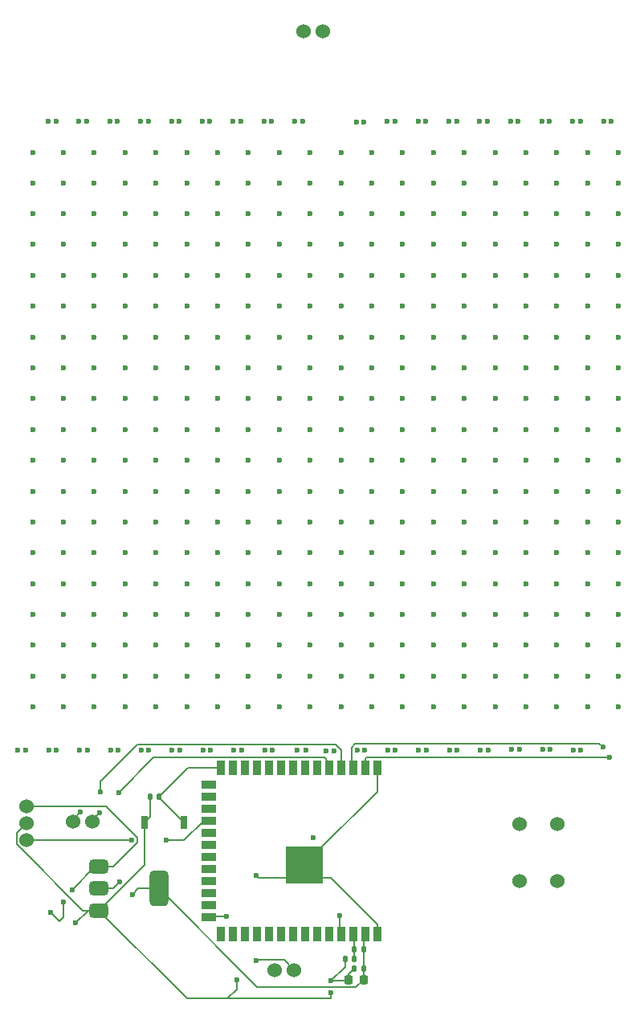
<source format=gbr>
%TF.GenerationSoftware,KiCad,Pcbnew,8.0.3*%
%TF.CreationDate,2024-08-22T18:58:11+02:00*%
%TF.ProjectId,inz,696e7a2e-6b69-4636-9164-5f7063625858,rev?*%
%TF.SameCoordinates,Original*%
%TF.FileFunction,Copper,L4,Bot*%
%TF.FilePolarity,Positive*%
%FSLAX46Y46*%
G04 Gerber Fmt 4.6, Leading zero omitted, Abs format (unit mm)*
G04 Created by KiCad (PCBNEW 8.0.3) date 2024-08-22 18:58:11*
%MOMM*%
%LPD*%
G01*
G04 APERTURE LIST*
G04 Aperture macros list*
%AMRoundRect*
0 Rectangle with rounded corners*
0 $1 Rounding radius*
0 $2 $3 $4 $5 $6 $7 $8 $9 X,Y pos of 4 corners*
0 Add a 4 corners polygon primitive as box body*
4,1,4,$2,$3,$4,$5,$6,$7,$8,$9,$2,$3,0*
0 Add four circle primitives for the rounded corners*
1,1,$1+$1,$2,$3*
1,1,$1+$1,$4,$5*
1,1,$1+$1,$6,$7*
1,1,$1+$1,$8,$9*
0 Add four rect primitives between the rounded corners*
20,1,$1+$1,$2,$3,$4,$5,0*
20,1,$1+$1,$4,$5,$6,$7,0*
20,1,$1+$1,$6,$7,$8,$9,0*
20,1,$1+$1,$8,$9,$2,$3,0*%
G04 Aperture macros list end*
%TA.AperFunction,ComponentPad*%
%ADD10C,1.524000*%
%TD*%
%TA.AperFunction,HeatsinkPad*%
%ADD11R,0.900000X0.900000*%
%TD*%
%TA.AperFunction,SMDPad,CuDef*%
%ADD12R,0.900000X1.500000*%
%TD*%
%TA.AperFunction,SMDPad,CuDef*%
%ADD13R,1.500000X0.900000*%
%TD*%
%TA.AperFunction,SMDPad,CuDef*%
%ADD14R,3.900000X3.900000*%
%TD*%
%TA.AperFunction,SMDPad,CuDef*%
%ADD15RoundRect,0.375000X-0.625000X-0.375000X0.625000X-0.375000X0.625000X0.375000X-0.625000X0.375000X0*%
%TD*%
%TA.AperFunction,SMDPad,CuDef*%
%ADD16RoundRect,0.500000X-0.500000X-1.400000X0.500000X-1.400000X0.500000X1.400000X-0.500000X1.400000X0*%
%TD*%
%TA.AperFunction,SMDPad,CuDef*%
%ADD17RoundRect,0.135000X0.135000X0.185000X-0.135000X0.185000X-0.135000X-0.185000X0.135000X-0.185000X0*%
%TD*%
%TA.AperFunction,SMDPad,CuDef*%
%ADD18RoundRect,0.225000X0.225000X0.250000X-0.225000X0.250000X-0.225000X-0.250000X0.225000X-0.250000X0*%
%TD*%
%TA.AperFunction,SMDPad,CuDef*%
%ADD19RoundRect,0.140000X0.140000X0.170000X-0.140000X0.170000X-0.140000X-0.170000X0.140000X-0.170000X0*%
%TD*%
%TA.AperFunction,SMDPad,CuDef*%
%ADD20RoundRect,0.187500X-0.187500X-0.512500X0.187500X-0.512500X0.187500X0.512500X-0.187500X0.512500X0*%
%TD*%
%TA.AperFunction,ViaPad*%
%ADD21C,0.600000*%
%TD*%
%TA.AperFunction,Conductor*%
%ADD22C,0.200000*%
%TD*%
G04 APERTURE END LIST*
D10*
%TO.P,pwr2,1,5v*%
%TO.N,+5V*%
X121000000Y-49000000D03*
%TO.P,pwr2,2,gnd*%
%TO.N,GND*%
X123000000Y-49000000D03*
%TD*%
%TO.P,LED_CON2,1,cli*%
%TO.N,Net-(LED_CON2-cli)*%
X143800000Y-138600000D03*
%TO.P,LED_CON2,2,dai*%
%TO.N,Net-(LED_CON2-dai)*%
X147800000Y-138600000D03*
%TD*%
%TO.P,LED_CON1,1,cli*%
%TO.N,Net-(LED_CON1-cli)*%
X143800000Y-132550000D03*
%TO.P,LED_CON1,2,dai*%
%TO.N,Net-(LED_CON1-dai)*%
X147800000Y-132550000D03*
%TD*%
D11*
%TO.P,U2,41,GND*%
%TO.N,GND*%
X119650000Y-138300000D03*
X119650000Y-136900000D03*
X119650000Y-135500000D03*
X121050000Y-135500000D03*
X121050000Y-136900000D03*
X121050000Y-138300000D03*
X122450000Y-135500000D03*
X122450000Y-136900000D03*
D12*
%TO.P,U2,1,GND*%
X128770000Y-144150000D03*
%TO.P,U2,2,3V3*%
%TO.N,Net-(U1-VO)*%
X127500000Y-144150000D03*
%TO.P,U2,3,EN*%
%TO.N,Net-(U2-EN)*%
X126230000Y-144150000D03*
%TO.P,U2,4,IO4*%
%TO.N,Net-(LED_CON2-dai)*%
X124960000Y-144150000D03*
%TO.P,U2,5,IO5*%
%TO.N,unconnected-(U2-IO5-Pad5)*%
X123690000Y-144150000D03*
%TO.P,U2,6,IO6*%
%TO.N,unconnected-(U2-IO6-Pad6)*%
X122420000Y-144150000D03*
%TO.P,U2,7,IO7*%
%TO.N,unconnected-(U2-IO7-Pad7)*%
X121150000Y-144150000D03*
%TO.P,U2,8,IO15*%
%TO.N,unconnected-(U2-IO15-Pad8)*%
X119880000Y-144150000D03*
%TO.P,U2,9,IO16*%
%TO.N,unconnected-(U2-IO16-Pad9)*%
X118610000Y-144150000D03*
%TO.P,U2,10,IO17*%
%TO.N,unconnected-(U2-IO17-Pad10)*%
X117340000Y-144150000D03*
%TO.P,U2,11,IO18*%
%TO.N,unconnected-(U2-IO18-Pad11)*%
X116070000Y-144150000D03*
%TO.P,U2,12,IO8*%
%TO.N,unconnected-(U2-IO8-Pad12)*%
X114800000Y-144150000D03*
%TO.P,U2,13,IO19*%
%TO.N,unconnected-(U2-IO19-Pad13)*%
X113530000Y-144150000D03*
%TO.P,U2,14,IO20*%
%TO.N,unconnected-(U2-IO20-Pad14)*%
X112260000Y-144150000D03*
D13*
%TO.P,U2,15,IO3*%
%TO.N,Net-(LED_CON2-cli)*%
X111010000Y-142385000D03*
%TO.P,U2,16,IO46*%
%TO.N,unconnected-(U2-IO46-Pad16)*%
X111010000Y-141115000D03*
%TO.P,U2,17,IO9*%
%TO.N,unconnected-(U2-IO9-Pad17)*%
X111010000Y-139845000D03*
%TO.P,U2,18,IO10*%
%TO.N,unconnected-(U2-IO10-Pad18)*%
X111010000Y-138575000D03*
%TO.P,U2,19,IO11*%
%TO.N,unconnected-(U2-IO11-Pad19)*%
X111010000Y-137305000D03*
%TO.P,U2,20,IO12*%
%TO.N,unconnected-(U2-IO12-Pad20)*%
X111010000Y-136035000D03*
%TO.P,U2,21,IO13*%
%TO.N,unconnected-(U2-IO13-Pad21)*%
X111010000Y-134765000D03*
%TO.P,U2,22,IO14*%
%TO.N,unconnected-(U2-IO14-Pad22)*%
X111010000Y-133495000D03*
%TO.P,U2,23,IO21*%
%TO.N,Net-(JT2-S)*%
X111010000Y-132225000D03*
%TO.P,U2,24,IO47*%
%TO.N,unconnected-(U2-IO47-Pad24)*%
X111010000Y-130955000D03*
%TO.P,U2,25,IO48*%
%TO.N,unconnected-(U2-IO48-Pad25)*%
X111010000Y-129685000D03*
%TO.P,U2,26,IO45*%
%TO.N,unconnected-(U2-IO45-Pad26)*%
X111010000Y-128415000D03*
D12*
%TO.P,U2,27,IO0*%
%TO.N,Net-(U2-IO0)*%
X112260000Y-126650000D03*
%TO.P,U2,28,IO35*%
%TO.N,unconnected-(U2-IO35-Pad28)*%
X113530000Y-126650000D03*
%TO.P,U2,29,IO36*%
%TO.N,unconnected-(U2-IO36-Pad29)*%
X114800000Y-126650000D03*
%TO.P,U2,30,IO37*%
%TO.N,unconnected-(U2-IO37-Pad30)*%
X116070000Y-126650000D03*
%TO.P,U2,31,IO38*%
%TO.N,unconnected-(U2-IO38-Pad31)*%
X117340000Y-126650000D03*
%TO.P,U2,32,IO39*%
%TO.N,unconnected-(U2-IO39-Pad32)*%
X118610000Y-126650000D03*
%TO.P,U2,33,IO40*%
%TO.N,unconnected-(U2-IO40-Pad33)*%
X119880000Y-126650000D03*
%TO.P,U2,34,IO41*%
%TO.N,unconnected-(U2-IO41-Pad34)*%
X121150000Y-126650000D03*
%TO.P,U2,35,IO42*%
%TO.N,unconnected-(U2-IO42-Pad35)*%
X122420000Y-126650000D03*
%TO.P,U2,36,RXD0*%
%TO.N,UART_RX*%
X123690000Y-126650000D03*
%TO.P,U2,37,TXD0*%
%TO.N,UART_TX*%
X124960000Y-126650000D03*
%TO.P,U2,38,IO2*%
%TO.N,Net-(LED_CON1-dai)*%
X126230000Y-126650000D03*
%TO.P,U2,39,IO1*%
%TO.N,Net-(LED_CON1-cli)*%
X127500000Y-126650000D03*
%TO.P,U2,40,GND*%
%TO.N,GND*%
X128770000Y-126650000D03*
D11*
%TO.P,U2,41,GND*%
X122450000Y-138300000D03*
D14*
X121050000Y-136900000D03*
%TD*%
D10*
%TO.P,pwr1,1,5v*%
%TO.N,+5V*%
X118000000Y-148000000D03*
%TO.P,pwr1,2,gnd*%
%TO.N,GND*%
X120000000Y-148000000D03*
%TD*%
%TO.P,rxtx1,1,rx*%
%TO.N,UART_RX*%
X98700000Y-132300000D03*
%TO.P,rxtx1,2,tx*%
%TO.N,UART_TX*%
X96700000Y-132300000D03*
%TD*%
D15*
%TO.P,U1,1,GND*%
%TO.N,GND*%
X99450000Y-141700000D03*
%TO.P,U1,2,VO*%
%TO.N,Net-(U1-VO)*%
X99450000Y-139400000D03*
D16*
X105750000Y-139400000D03*
D15*
%TO.P,U1,3,VI*%
%TO.N,+5V*%
X99450000Y-137100000D03*
%TD*%
D17*
%TO.P,R1,2*%
%TO.N,Net-(U2-EN)*%
X126340000Y-145800000D03*
%TO.P,R1,1*%
%TO.N,Net-(U1-VO)*%
X127360000Y-145800000D03*
%TD*%
D18*
%TO.P,C1,1*%
%TO.N,Net-(U1-VO)*%
X127325000Y-149000000D03*
%TO.P,C1,2*%
%TO.N,GND*%
X125775000Y-149000000D03*
%TD*%
D10*
%TO.P,JT2,1,+5V*%
%TO.N,+5V*%
X91800000Y-130750000D03*
%TO.P,JT2,2,GND*%
%TO.N,GND*%
X91800000Y-132500000D03*
%TO.P,JT2,3,S*%
%TO.N,Net-(JT2-S)*%
X91800000Y-134250000D03*
%TD*%
D19*
%TO.P,C3,1*%
%TO.N,Net-(U2-EN)*%
X126330000Y-146800000D03*
%TO.P,C3,2*%
%TO.N,GND*%
X125370000Y-146800000D03*
%TD*%
D20*
%TO.P,ST1,1*%
%TO.N,GND*%
X104225000Y-132400000D03*
%TO.P,ST1,2*%
%TO.N,Net-(U2-IO0)*%
X108375000Y-132400000D03*
%TD*%
D19*
%TO.P,C2,1*%
%TO.N,Net-(U1-VO)*%
X127330000Y-147800000D03*
%TO.P,C2,2*%
%TO.N,GND*%
X126370000Y-147800000D03*
%TD*%
%TO.P,C4,1*%
%TO.N,Net-(U2-IO0)*%
X105780000Y-129700000D03*
%TO.P,C4,2*%
%TO.N,GND*%
X104820000Y-129700000D03*
%TD*%
D21*
%TO.N,Net-(U1-VO)*%
X101650735Y-138650735D03*
X103000000Y-140000000D03*
%TO.N,GND*%
X114000000Y-149000000D03*
X116000000Y-147000000D03*
X116000000Y-138000000D03*
%TO.N,+5V*%
X122000000Y-134000000D03*
%TO.N,GND*%
X97000000Y-143000000D03*
%TO.N,+5V*%
X96600000Y-139500000D03*
X95700000Y-140800000D03*
X94300000Y-141900000D03*
%TO.N,UART_RX*%
X99500000Y-131400000D03*
X101500000Y-129300000D03*
%TO.N,UART_TX*%
X97500000Y-131350000D03*
X99600000Y-129200000D03*
%TO.N,Net-(JT2-S)*%
X106500000Y-134300000D03*
X102900000Y-134300000D03*
%TO.N,GND*%
X123900000Y-149100000D03*
X123900000Y-150400000D03*
%TO.N,Net-(LED_CON2-dai)*%
X124850000Y-142200000D03*
X120350000Y-124800000D03*
%TO.N,Net-(LED_CON2-cli)*%
X112850000Y-142300000D03*
X121250000Y-124800000D03*
%TO.N,Net-(LED_CON1-dai)*%
X152550000Y-124500000D03*
%TO.N,Net-(LED_CON1-cli)*%
X153250000Y-125600000D03*
%TO.N,GND*%
X98950000Y-87750000D03*
X102200000Y-97500000D03*
X134700000Y-97500000D03*
X105450000Y-84500000D03*
X137950000Y-91000000D03*
X128200000Y-78000000D03*
X98950000Y-68250000D03*
X105450000Y-68250000D03*
X131450000Y-107250000D03*
X134700000Y-100750000D03*
X111950000Y-120250000D03*
X150950000Y-100750000D03*
X111950000Y-81250000D03*
X118450000Y-104000000D03*
X154200000Y-78000000D03*
X124950000Y-65050000D03*
X147700000Y-107250000D03*
X144450000Y-78000000D03*
X95700000Y-91000000D03*
X134700000Y-61800000D03*
X134700000Y-120250000D03*
X121700000Y-113750000D03*
X118450000Y-78000000D03*
X118450000Y-71500000D03*
X115200000Y-87750000D03*
X150950000Y-68250000D03*
X131450000Y-100750000D03*
X128200000Y-81250000D03*
X137950000Y-100750000D03*
X102200000Y-65050000D03*
X147700000Y-97500000D03*
X108700000Y-74750000D03*
X121700000Y-120250000D03*
X141200000Y-100750000D03*
X150950000Y-104000000D03*
X98950000Y-78000000D03*
X118450000Y-68250000D03*
X144450000Y-97500000D03*
X141200000Y-74750000D03*
X105450000Y-113750000D03*
X147700000Y-71500000D03*
X150950000Y-84500000D03*
X128200000Y-74750000D03*
X98950000Y-65050000D03*
X137950000Y-110500000D03*
X144450000Y-81250000D03*
X144450000Y-120250000D03*
X141200000Y-61800000D03*
X134700000Y-81250000D03*
X134700000Y-84500000D03*
X147700000Y-113750000D03*
X144450000Y-84500000D03*
X131450000Y-113750000D03*
X141200000Y-65050000D03*
X92450000Y-65050000D03*
X144450000Y-71500000D03*
X121700000Y-104000000D03*
X95700000Y-97500000D03*
X131450000Y-74750000D03*
X118450000Y-87750000D03*
X118450000Y-94250000D03*
X144450000Y-91000000D03*
X95700000Y-71500000D03*
X95700000Y-65050000D03*
X108700000Y-84500000D03*
X124950000Y-107250000D03*
X150950000Y-94250000D03*
X118450000Y-91000000D03*
X111950000Y-94250000D03*
X108700000Y-91000000D03*
X95700000Y-61800000D03*
X105450000Y-65050000D03*
X115200000Y-110500000D03*
X121700000Y-68250000D03*
X92450000Y-100750000D03*
X131450000Y-91000000D03*
X98950000Y-84500000D03*
X124950000Y-81250000D03*
X128200000Y-87750000D03*
X144450000Y-74750000D03*
X141200000Y-97500000D03*
X144450000Y-107250000D03*
X150950000Y-120250000D03*
X141200000Y-87750000D03*
X115200000Y-81250000D03*
X141200000Y-68250000D03*
X92450000Y-61800000D03*
X144450000Y-117000000D03*
X121700000Y-71500000D03*
X131450000Y-94250000D03*
X124950000Y-113750000D03*
X134700000Y-71500000D03*
X141200000Y-107250000D03*
X147700000Y-87750000D03*
X115200000Y-68250000D03*
X137950000Y-113750000D03*
X95700000Y-78000000D03*
X111950000Y-104000000D03*
X98950000Y-107250000D03*
X150950000Y-65050000D03*
X128200000Y-117000000D03*
X111950000Y-97500000D03*
X102200000Y-107250000D03*
X124950000Y-100750000D03*
X105450000Y-100750000D03*
X128200000Y-100750000D03*
X150950000Y-81250000D03*
X92450000Y-84500000D03*
X98950000Y-117000000D03*
X98950000Y-61800000D03*
X150950000Y-74750000D03*
X98950000Y-104000000D03*
X134700000Y-94250000D03*
X124950000Y-71500000D03*
X115200000Y-84500000D03*
X134700000Y-74750000D03*
X92450000Y-68250000D03*
X105450000Y-104000000D03*
X134700000Y-87750000D03*
X108700000Y-68250000D03*
X124950000Y-120250000D03*
X150950000Y-117000000D03*
X131450000Y-78000000D03*
X105450000Y-117000000D03*
X102200000Y-100750000D03*
X144450000Y-104000000D03*
X144450000Y-94250000D03*
X108700000Y-78000000D03*
X118450000Y-61800000D03*
X115200000Y-107250000D03*
X98950000Y-81250000D03*
X105450000Y-94250000D03*
X118450000Y-110500000D03*
X128200000Y-107250000D03*
X102200000Y-61800000D03*
X141200000Y-113750000D03*
X121700000Y-87750000D03*
X124950000Y-74750000D03*
X105450000Y-74750000D03*
X118450000Y-65050000D03*
X137950000Y-65050000D03*
X98950000Y-94250000D03*
X105450000Y-81250000D03*
X128200000Y-120250000D03*
X154200000Y-71500000D03*
X147700000Y-110500000D03*
X154200000Y-74750000D03*
X147700000Y-94250000D03*
X102200000Y-84500000D03*
X108700000Y-110500000D03*
X92450000Y-113750000D03*
X137950000Y-107250000D03*
X95700000Y-100750000D03*
X102200000Y-91000000D03*
X144450000Y-87750000D03*
X108700000Y-94250000D03*
X131450000Y-61800000D03*
X137950000Y-94250000D03*
X92450000Y-87750000D03*
X92450000Y-91000000D03*
X92450000Y-110500000D03*
X102200000Y-110500000D03*
X154200000Y-104000000D03*
X121700000Y-117000000D03*
X124950000Y-84500000D03*
X105450000Y-120250000D03*
X118450000Y-97500000D03*
X121700000Y-110500000D03*
X154200000Y-91000000D03*
X92450000Y-74750000D03*
X137950000Y-117000000D03*
X150950000Y-110500000D03*
X92450000Y-97500000D03*
X154200000Y-97500000D03*
X124950000Y-61800000D03*
X124950000Y-110500000D03*
X92450000Y-71500000D03*
X141200000Y-81250000D03*
X102200000Y-71500000D03*
X150950000Y-107250000D03*
X154200000Y-68250000D03*
X118450000Y-120250000D03*
X128200000Y-65050000D03*
X118450000Y-84500000D03*
X98950000Y-74750000D03*
X137950000Y-61800000D03*
X95700000Y-113750000D03*
X105450000Y-97500000D03*
X147700000Y-81250000D03*
X111950000Y-91000000D03*
X95700000Y-94250000D03*
X121700000Y-107250000D03*
X102200000Y-117000000D03*
X124950000Y-91000000D03*
X128200000Y-94250000D03*
X137950000Y-97500000D03*
X115200000Y-71500000D03*
X137950000Y-81250000D03*
X154200000Y-100750000D03*
X141200000Y-117000000D03*
X154200000Y-65050000D03*
X102200000Y-94250000D03*
X128200000Y-104000000D03*
X102200000Y-78000000D03*
X141200000Y-110500000D03*
X111950000Y-68250000D03*
X108700000Y-97500000D03*
X115200000Y-94250000D03*
X128200000Y-110500000D03*
X115200000Y-91000000D03*
X134700000Y-110500000D03*
X121700000Y-65050000D03*
X141200000Y-120250000D03*
X150950000Y-97500000D03*
X147700000Y-120250000D03*
X131450000Y-87750000D03*
X134700000Y-117000000D03*
X144450000Y-61800000D03*
X98950000Y-110500000D03*
X102200000Y-81250000D03*
X124950000Y-68250000D03*
X154200000Y-113750000D03*
X150950000Y-78000000D03*
X131450000Y-110500000D03*
X111950000Y-84500000D03*
X137950000Y-87750000D03*
X108700000Y-100750000D03*
X141200000Y-94250000D03*
X111950000Y-61800000D03*
X108700000Y-87750000D03*
X137950000Y-74750000D03*
X92450000Y-94250000D03*
X95700000Y-117000000D03*
X147700000Y-100750000D03*
X150950000Y-87750000D03*
X92450000Y-120250000D03*
X115200000Y-104000000D03*
X150950000Y-113750000D03*
X118450000Y-117000000D03*
X147700000Y-68250000D03*
X144450000Y-65050000D03*
X108700000Y-65050000D03*
X92450000Y-78000000D03*
X147700000Y-61800000D03*
X147700000Y-104000000D03*
X154200000Y-107250000D03*
X102200000Y-87750000D03*
X111950000Y-71500000D03*
X128200000Y-97500000D03*
X105450000Y-87750000D03*
X131450000Y-117000000D03*
X144450000Y-68250000D03*
X154200000Y-87750000D03*
X111950000Y-100750000D03*
X111950000Y-87750000D03*
X128200000Y-71500000D03*
X121700000Y-84500000D03*
X147700000Y-84500000D03*
X154200000Y-117000000D03*
X111950000Y-117000000D03*
X115200000Y-97500000D03*
X111950000Y-113750000D03*
X102200000Y-113750000D03*
X102200000Y-68250000D03*
X147700000Y-91000000D03*
X115200000Y-61800000D03*
X108700000Y-120250000D03*
X95700000Y-110500000D03*
X108700000Y-61800000D03*
X150950000Y-61800000D03*
X124950000Y-117000000D03*
X105450000Y-110500000D03*
X108700000Y-71500000D03*
X98950000Y-100750000D03*
X124950000Y-87750000D03*
X141200000Y-104000000D03*
X98950000Y-97500000D03*
X150950000Y-71500000D03*
X108700000Y-117000000D03*
X95700000Y-74750000D03*
X92450000Y-117000000D03*
X147700000Y-65050000D03*
X121700000Y-74750000D03*
X124950000Y-78000000D03*
X118450000Y-107250000D03*
X150950000Y-91000000D03*
X95700000Y-107250000D03*
X131450000Y-81250000D03*
X105450000Y-71500000D03*
X137950000Y-104000000D03*
X154200000Y-61800000D03*
X137950000Y-120250000D03*
X121700000Y-61800000D03*
X131450000Y-71500000D03*
X115200000Y-65050000D03*
X121700000Y-97500000D03*
X111950000Y-107250000D03*
X121700000Y-100750000D03*
X147700000Y-74750000D03*
X115200000Y-120250000D03*
X147700000Y-117000000D03*
X105450000Y-78000000D03*
X147700000Y-78000000D03*
X111950000Y-78000000D03*
X124950000Y-94250000D03*
X95700000Y-68250000D03*
X154200000Y-120250000D03*
X134700000Y-113750000D03*
X98950000Y-71500000D03*
X95700000Y-120250000D03*
X118450000Y-81250000D03*
X98950000Y-120250000D03*
X108700000Y-104000000D03*
X108700000Y-107250000D03*
X108700000Y-113750000D03*
X95700000Y-81250000D03*
X121700000Y-94250000D03*
X92450000Y-104000000D03*
X121700000Y-81250000D03*
X115200000Y-78000000D03*
X131450000Y-84500000D03*
X134700000Y-104000000D03*
X118450000Y-113750000D03*
X131450000Y-65050000D03*
X128200000Y-91000000D03*
X128200000Y-84500000D03*
X95700000Y-104000000D03*
X137950000Y-84500000D03*
X115200000Y-117000000D03*
X131450000Y-68250000D03*
X144450000Y-100750000D03*
X141200000Y-84500000D03*
X124950000Y-104000000D03*
X128200000Y-113750000D03*
X137950000Y-71500000D03*
X105450000Y-91000000D03*
X134700000Y-107250000D03*
X95700000Y-87750000D03*
X111950000Y-65050000D03*
X105450000Y-107250000D03*
X154200000Y-110500000D03*
X121700000Y-91000000D03*
X118450000Y-100750000D03*
X102200000Y-74750000D03*
X154200000Y-81250000D03*
X144450000Y-113750000D03*
X108700000Y-81250000D03*
X115200000Y-74750000D03*
X131450000Y-120250000D03*
X141200000Y-71500000D03*
X118450000Y-74750000D03*
X115200000Y-100750000D03*
X98950000Y-113750000D03*
X115200000Y-113750000D03*
X105450000Y-61800000D03*
X137950000Y-68250000D03*
X131450000Y-104000000D03*
X92450000Y-81250000D03*
X95700000Y-84500000D03*
X111950000Y-110500000D03*
X102200000Y-120250000D03*
X102200000Y-104000000D03*
X134700000Y-65050000D03*
X141200000Y-78000000D03*
X98950000Y-91000000D03*
X124950000Y-97500000D03*
X128200000Y-61800000D03*
X141200000Y-91000000D03*
X121700000Y-78000000D03*
X134700000Y-78000000D03*
X154200000Y-84500000D03*
X144450000Y-110500000D03*
X92450000Y-107250000D03*
X134700000Y-68250000D03*
X134700000Y-91000000D03*
X111950000Y-74750000D03*
X128200000Y-68250000D03*
X137950000Y-78000000D03*
X154200000Y-94250000D03*
X131450000Y-97500000D03*
%TO.N,Net-(U22-CLO)*%
X153439993Y-58538107D03*
X150250000Y-124800000D03*
%TO.N,Net-(U22-DAO)*%
X149450000Y-124800000D03*
X152640063Y-58548920D03*
%TO.N,Net-(U42-DAO)*%
X146200000Y-124750000D03*
X149390063Y-58498920D03*
%TO.N,Net-(U42-CLO)*%
X147000000Y-124750000D03*
X150189993Y-58488107D03*
%TO.N,Net-(U62-CLO)*%
X143750000Y-124750000D03*
X146939993Y-58488107D03*
%TO.N,Net-(U62-DAO)*%
X142950000Y-124750000D03*
X146140063Y-58498920D03*
%TO.N,Net-(U82-DAO)*%
X139650000Y-124800000D03*
X142840063Y-58548920D03*
%TO.N,Net-(U82-CLO)*%
X140450000Y-124800000D03*
X143639993Y-58538107D03*
%TO.N,Net-(U102-DAO)*%
X139590063Y-58548920D03*
X136400000Y-124800000D03*
%TO.N,Net-(U102-CLO)*%
X137200000Y-124800000D03*
X140389993Y-58538107D03*
%TO.N,Net-(U122-CLO)*%
X133950000Y-124800000D03*
X137139993Y-58538107D03*
%TO.N,Net-(U122-DAO)*%
X133150000Y-124800000D03*
X136340063Y-58548920D03*
%TO.N,Net-(U142-DAO)*%
X133090063Y-58548920D03*
X129900000Y-124800000D03*
%TO.N,Net-(U142-CLO)*%
X130700000Y-124800000D03*
X133889993Y-58538107D03*
%TO.N,Net-(U162-CLO)*%
X130639993Y-58538107D03*
X127450000Y-124800000D03*
%TO.N,Net-(U162-DAO)*%
X129840063Y-58548920D03*
X126650000Y-124800000D03*
%TO.N,Net-(U182-DAO)*%
X123400000Y-124850000D03*
X126590063Y-58598920D03*
%TO.N,Net-(U182-CLO)*%
X127389993Y-58588107D03*
X124200000Y-124850000D03*
%TO.N,Net-(U222-DAO)*%
X116900000Y-124800000D03*
X120090063Y-58548920D03*
%TO.N,Net-(U222-CLO)*%
X120889993Y-58538107D03*
X117700000Y-124800000D03*
%TO.N,Net-(U262-DAO)*%
X110400000Y-124800000D03*
X113590063Y-58548920D03*
%TO.N,Net-(U262-CLO)*%
X111200000Y-124800000D03*
X114389993Y-58538107D03*
%TO.N,Net-(U242-DAO)*%
X116840063Y-58548920D03*
X113650000Y-124800000D03*
%TO.N,Net-(U242-CLO)*%
X114450000Y-124800000D03*
X117639993Y-58538107D03*
%TO.N,Net-(U302-DAO)*%
X107090063Y-58548920D03*
X103900000Y-124800000D03*
%TO.N,Net-(U302-CLO)*%
X107889993Y-58538107D03*
X104700000Y-124800000D03*
%TO.N,Net-(U282-CLO)*%
X111139993Y-58538107D03*
X107950000Y-124800000D03*
%TO.N,Net-(U282-DAO)*%
X110340063Y-58548920D03*
X107150000Y-124800000D03*
%TO.N,Net-(U342-CLO)*%
X98200000Y-124800000D03*
X101389993Y-58538107D03*
%TO.N,Net-(U342-DAO)*%
X100590063Y-58548920D03*
X97400000Y-124800000D03*
%TO.N,Net-(U322-CLO)*%
X104639993Y-58538107D03*
X101450000Y-124800000D03*
%TO.N,Net-(U322-DAO)*%
X100650000Y-124800000D03*
X103840063Y-58548920D03*
%TO.N,Net-(U382-DAO)*%
X90900000Y-124800000D03*
X94090063Y-58548920D03*
%TO.N,Net-(U382-CLO)*%
X91700000Y-124800000D03*
X94889993Y-58538107D03*
%TO.N,Net-(U362-DAO)*%
X97340063Y-58548920D03*
X94150000Y-124800000D03*
%TO.N,Net-(U362-CLO)*%
X98139993Y-58538107D03*
X94950000Y-124800000D03*
%TD*%
D22*
%TO.N,GND*%
X116300000Y-138300000D02*
X119650000Y-138300000D01*
X116000000Y-138000000D02*
X116300000Y-138300000D01*
%TO.N,Net-(U1-VO)*%
X100901470Y-139400000D02*
X99450000Y-139400000D01*
X101650735Y-138650735D02*
X100901470Y-139400000D01*
X103600000Y-139400000D02*
X103000000Y-140000000D01*
X105750000Y-139400000D02*
X103600000Y-139400000D01*
%TO.N,GND*%
X114000000Y-150000000D02*
X113000000Y-151000000D01*
X114000000Y-149000000D02*
X114000000Y-150000000D01*
X113000000Y-151000000D02*
X123900000Y-151000000D01*
X108750000Y-151000000D02*
X113000000Y-151000000D01*
X118938000Y-146938000D02*
X116062000Y-146938000D01*
X120000000Y-148000000D02*
X118938000Y-146938000D01*
X116062000Y-146938000D02*
X116000000Y-147000000D01*
X99450000Y-141700000D02*
X108750000Y-151000000D01*
X98300000Y-141700000D02*
X99450000Y-141700000D01*
X97000000Y-143000000D02*
X98300000Y-141700000D01*
%TO.N,+5V*%
X99000000Y-137100000D02*
X99450000Y-137100000D01*
X96600000Y-139500000D02*
X99000000Y-137100000D01*
X95700000Y-142400000D02*
X95700000Y-140800000D01*
X95250000Y-142850000D02*
X95700000Y-142400000D01*
X95250000Y-142850000D02*
X94300000Y-141900000D01*
%TO.N,UART_RX*%
X105150000Y-125600000D02*
X101500000Y-129250000D01*
X101500000Y-129250000D02*
X101500000Y-129300000D01*
X98700000Y-132200000D02*
X99500000Y-131400000D01*
X98700000Y-132300000D02*
X98700000Y-132200000D01*
%TO.N,UART_TX*%
X99600000Y-128072370D02*
X103472370Y-124200000D01*
X99600000Y-129200000D02*
X99600000Y-128072370D01*
X96700000Y-132150000D02*
X97500000Y-131350000D01*
X96700000Y-132300000D02*
X96700000Y-132150000D01*
%TO.N,GND*%
X97748105Y-141700000D02*
X99450000Y-141700000D01*
X90738000Y-133562000D02*
X90738000Y-134689895D01*
X91800000Y-132500000D02*
X90738000Y-133562000D01*
X90738000Y-134689895D02*
X97748105Y-141700000D01*
%TO.N,+5V*%
X100948529Y-137100000D02*
X99450000Y-137100000D01*
X103500000Y-134548529D02*
X100948529Y-137100000D01*
X103500000Y-134051471D02*
X103500000Y-134548529D01*
X100198529Y-130750000D02*
X103500000Y-134051471D01*
X91800000Y-130750000D02*
X100198529Y-130750000D01*
%TO.N,Net-(JT2-S)*%
X110480000Y-132225000D02*
X111010000Y-132225000D01*
X108405000Y-134300000D02*
X110480000Y-132225000D01*
X106500000Y-134300000D02*
X108405000Y-134300000D01*
X102850000Y-134250000D02*
X102900000Y-134300000D01*
X91800000Y-134250000D02*
X102850000Y-134250000D01*
%TO.N,GND*%
X125370000Y-147630000D02*
X125370000Y-146800000D01*
X123900000Y-149100000D02*
X125370000Y-147630000D01*
X125675000Y-149100000D02*
X125775000Y-149000000D01*
X123900000Y-149100000D02*
X125675000Y-149100000D01*
X123900000Y-151000000D02*
X123900000Y-150400000D01*
%TO.N,Net-(U1-VO)*%
X127330000Y-145830000D02*
X127360000Y-145800000D01*
X127330000Y-147800000D02*
X127330000Y-145830000D01*
X116125000Y-149775000D02*
X126550000Y-149775000D01*
X126550000Y-149775000D02*
X127325000Y-149000000D01*
X105750000Y-139400000D02*
X116125000Y-149775000D01*
%TO.N,GND*%
X104225000Y-136925000D02*
X99450000Y-141700000D01*
X104225000Y-132400000D02*
X104225000Y-136925000D01*
X104820000Y-131805000D02*
X104225000Y-132400000D01*
X104820000Y-129700000D02*
X104820000Y-131805000D01*
%TO.N,Net-(U2-IO0)*%
X105780000Y-129805000D02*
X105780000Y-129700000D01*
X108375000Y-132400000D02*
X105780000Y-129805000D01*
X108830000Y-126650000D02*
X112260000Y-126650000D01*
X105780000Y-129700000D02*
X108830000Y-126650000D01*
%TO.N,GND*%
X125775000Y-148395000D02*
X126370000Y-147800000D01*
X125775000Y-149000000D02*
X125775000Y-148395000D01*
%TO.N,Net-(U1-VO)*%
X127325000Y-147805000D02*
X127330000Y-147800000D01*
X127325000Y-149000000D02*
X127325000Y-147805000D01*
%TO.N,Net-(U2-EN)*%
X126330000Y-145810000D02*
X126340000Y-145800000D01*
X126330000Y-146800000D02*
X126330000Y-145810000D01*
%TO.N,Net-(U1-VO)*%
X127360000Y-144290000D02*
X127500000Y-144150000D01*
X127360000Y-145800000D02*
X127360000Y-144290000D01*
%TO.N,Net-(U2-EN)*%
X126340000Y-144260000D02*
X126230000Y-144150000D01*
X126340000Y-145800000D02*
X126340000Y-144260000D01*
%TO.N,Net-(LED_CON2-dai)*%
X124850000Y-144040000D02*
X124960000Y-144150000D01*
X124850000Y-142200000D02*
X124850000Y-144040000D01*
%TO.N,Net-(LED_CON2-cli)*%
X111095000Y-142300000D02*
X111010000Y-142385000D01*
X112850000Y-142300000D02*
X111095000Y-142300000D01*
%TO.N,UART_RX*%
X123690000Y-126120000D02*
X123170000Y-125600000D01*
X123690000Y-126650000D02*
X123690000Y-126120000D01*
X123170000Y-125600000D02*
X105150000Y-125600000D01*
%TO.N,UART_TX*%
X124398529Y-124200000D02*
X103472370Y-124200000D01*
X124960000Y-124761471D02*
X124398529Y-124200000D01*
X124960000Y-126650000D02*
X124960000Y-124761471D01*
%TO.N,Net-(LED_CON1-dai)*%
X126050000Y-126470000D02*
X126230000Y-126650000D01*
X126050000Y-124551471D02*
X126050000Y-126470000D01*
X126451471Y-124150000D02*
X126050000Y-124551471D01*
X152200000Y-124150000D02*
X126451471Y-124150000D01*
X152550000Y-124500000D02*
X152200000Y-124150000D01*
%TO.N,Net-(LED_CON1-cli)*%
X153250000Y-125600000D02*
X127600000Y-125600000D01*
X127600000Y-125600000D02*
X127500000Y-125700000D01*
X127500000Y-125700000D02*
X127500000Y-126650000D01*
%TO.N,GND*%
X128770000Y-129180000D02*
X128770000Y-126650000D01*
X122450000Y-135500000D02*
X128770000Y-129180000D01*
X128770000Y-143200000D02*
X128770000Y-144150000D01*
X122450000Y-138300000D02*
X123870000Y-138300000D01*
X123870000Y-138300000D02*
X128770000Y-143200000D01*
X119650000Y-138300000D02*
X119650000Y-135500000D01*
X121050000Y-138300000D02*
X121050000Y-135500000D01*
X122450000Y-138300000D02*
X122450000Y-135500000D01*
X122450000Y-135500000D02*
X119650000Y-135500000D01*
X122450000Y-136900000D02*
X119650000Y-136900000D01*
X122450000Y-138300000D02*
X119650000Y-138300000D01*
%TD*%
M02*

</source>
